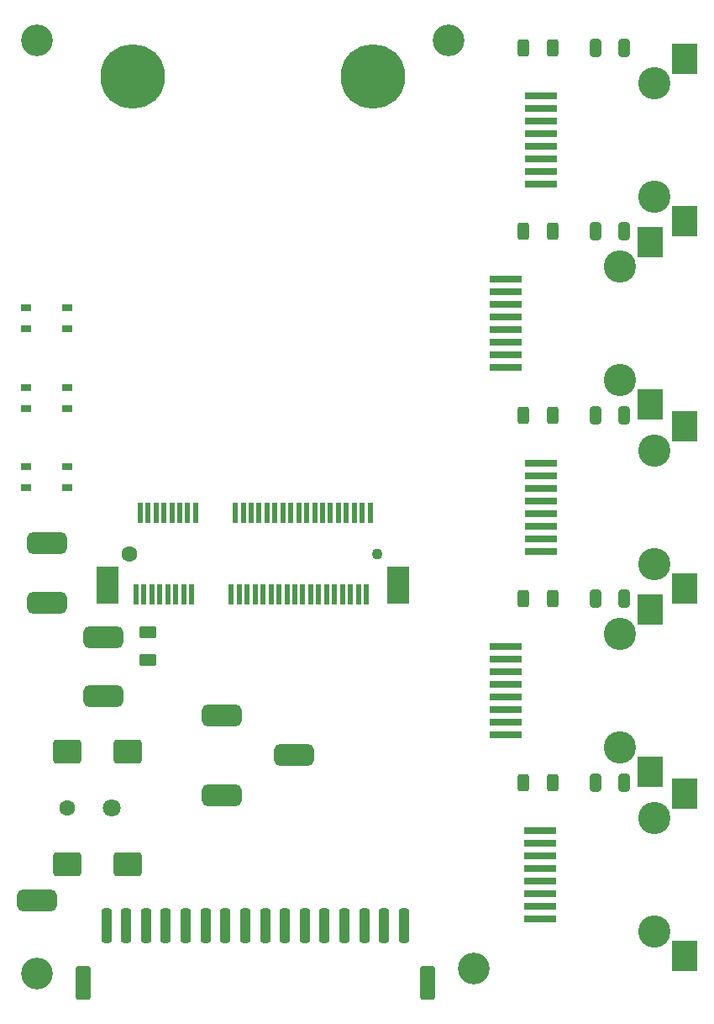
<source format=gbr>
%TF.GenerationSoftware,KiCad,Pcbnew,8.0.5*%
%TF.CreationDate,2024-09-15T13:15:32+02:00*%
%TF.ProjectId,megacard5_reference_design,6d656761-6361-4726-9435-5f7265666572,1.0*%
%TF.SameCoordinates,Original*%
%TF.FileFunction,Soldermask,Top*%
%TF.FilePolarity,Negative*%
%FSLAX46Y46*%
G04 Gerber Fmt 4.6, Leading zero omitted, Abs format (unit mm)*
G04 Created by KiCad (PCBNEW 8.0.5) date 2024-09-15 13:15:32*
%MOMM*%
%LPD*%
G01*
G04 APERTURE LIST*
G04 Aperture macros list*
%AMRoundRect*
0 Rectangle with rounded corners*
0 $1 Rounding radius*
0 $2 $3 $4 $5 $6 $7 $8 $9 X,Y pos of 4 corners*
0 Add a 4 corners polygon primitive as box body*
4,1,4,$2,$3,$4,$5,$6,$7,$8,$9,$2,$3,0*
0 Add four circle primitives for the rounded corners*
1,1,$1+$1,$2,$3*
1,1,$1+$1,$4,$5*
1,1,$1+$1,$6,$7*
1,1,$1+$1,$8,$9*
0 Add four rect primitives between the rounded corners*
20,1,$1+$1,$2,$3,$4,$5,0*
20,1,$1+$1,$4,$5,$6,$7,0*
20,1,$1+$1,$6,$7,$8,$9,0*
20,1,$1+$1,$8,$9,$2,$3,0*%
G04 Aperture macros list end*
%ADD10C,1.600000*%
%ADD11C,1.100000*%
%ADD12R,0.600000X2.000000*%
%ADD13R,2.300000X3.850000*%
%ADD14R,2.250000X3.850000*%
%ADD15C,6.500000*%
%ADD16RoundRect,0.550000X1.450000X0.550000X-1.450000X0.550000X-1.450000X-0.550000X1.450000X-0.550000X0*%
%ADD17C,3.200000*%
%ADD18RoundRect,0.250000X-0.250000X-1.500000X0.250000X-1.500000X0.250000X1.500000X-0.250000X1.500000X0*%
%ADD19RoundRect,0.250001X-0.499999X-1.449999X0.499999X-1.449999X0.499999X1.449999X-0.499999X1.449999X0*%
%ADD20RoundRect,0.250000X0.325000X0.650000X-0.325000X0.650000X-0.325000X-0.650000X0.325000X-0.650000X0*%
%ADD21RoundRect,0.250000X0.312500X0.625000X-0.312500X0.625000X-0.312500X-0.625000X0.312500X-0.625000X0*%
%ADD22C,3.250000*%
%ADD23R,3.180000X0.760000*%
%ADD24R,2.540000X3.120000*%
%ADD25RoundRect,0.250000X0.625000X-0.375000X0.625000X0.375000X-0.625000X0.375000X-0.625000X-0.375000X0*%
%ADD26R,1.050000X0.650000*%
%ADD27C,1.800000*%
%ADD28RoundRect,0.300000X-1.100000X0.900000X-1.100000X-0.900000X1.100000X-0.900000X1.100000X0.900000X0*%
G04 APERTURE END LIST*
D10*
%TO.C,J1*%
X72300000Y-84687500D03*
D11*
X97300000Y-84687500D03*
D12*
X73000000Y-88787500D03*
X73400000Y-80587500D03*
X73800000Y-88787500D03*
X74200000Y-80587500D03*
X74600000Y-88787500D03*
X75000000Y-80587500D03*
X75400000Y-88787500D03*
X75800000Y-80587500D03*
X76200000Y-88787500D03*
X76600000Y-80587500D03*
X77000000Y-88787500D03*
X77400000Y-80587500D03*
X77800000Y-88787500D03*
X78200000Y-80587500D03*
X78600000Y-88787500D03*
X79000000Y-80587500D03*
X82600000Y-88787500D03*
X83000000Y-80587500D03*
X83400000Y-88787500D03*
X83800000Y-80587500D03*
X84200000Y-88787500D03*
X84600000Y-80587500D03*
X85000000Y-88787500D03*
X85400000Y-80587500D03*
X85800000Y-88787500D03*
X86200000Y-80587500D03*
X86600000Y-88787500D03*
X87000000Y-80587500D03*
X87400000Y-88787500D03*
X87800000Y-80587500D03*
X88200000Y-88787500D03*
X88600000Y-80587500D03*
X89000000Y-88787500D03*
X89400000Y-80587500D03*
X89800000Y-88787500D03*
X90200000Y-80587500D03*
X90600000Y-88787500D03*
X91000000Y-80587500D03*
X91400000Y-88787500D03*
X91800000Y-80587500D03*
X92200000Y-88787500D03*
X92600000Y-80587500D03*
X93000000Y-88787500D03*
X93400000Y-80587500D03*
X93800000Y-88787500D03*
X94200000Y-80587500D03*
X94600000Y-88787500D03*
X95000000Y-80587500D03*
X95400000Y-88787500D03*
X95800000Y-80587500D03*
X96200000Y-88787500D03*
X96600000Y-80587500D03*
D13*
X70150000Y-87862500D03*
D14*
X99425000Y-87862500D03*
D15*
X96900000Y-36637500D03*
X72700000Y-36637500D03*
%TD*%
D16*
%TO.C,TP9*%
X64000000Y-89600000D03*
%TD*%
D17*
%TO.C,H3*%
X107000000Y-126500000D03*
%TD*%
D18*
%TO.C,J9*%
X70000000Y-122150000D03*
X72000000Y-122150000D03*
X74000000Y-122150000D03*
X76000000Y-122150000D03*
X78000000Y-122150000D03*
X80000000Y-122150000D03*
X82000000Y-122150000D03*
X84000000Y-122150000D03*
X86000000Y-122150000D03*
X88000000Y-122150000D03*
X90000000Y-122150000D03*
X92000000Y-122150000D03*
X94000000Y-122150000D03*
X96000000Y-122150000D03*
X98000000Y-122150000D03*
X100000000Y-122150000D03*
D19*
X67650000Y-127900000D03*
X102350000Y-127900000D03*
%TD*%
D20*
%TO.C,C5*%
X122225000Y-52250000D03*
X119275000Y-52250000D03*
%TD*%
D21*
%TO.C,R3*%
X114962500Y-70750000D03*
X112037500Y-70750000D03*
%TD*%
D22*
%TO.C,J5*%
X125240000Y-74285000D03*
X125240000Y-85715000D03*
D23*
X113770000Y-84445000D03*
X113770000Y-83175000D03*
X113770000Y-81905000D03*
X113770000Y-80635000D03*
X113770000Y-79365000D03*
X113770000Y-78095000D03*
X113770000Y-76825000D03*
X113770000Y-75555000D03*
D24*
X128290000Y-71825000D03*
X128290000Y-88175000D03*
%TD*%
D25*
%TO.C,F1*%
X74200000Y-95400000D03*
X74200000Y-92600000D03*
%TD*%
D21*
%TO.C,R5*%
X114962500Y-52250000D03*
X112037500Y-52250000D03*
%TD*%
D16*
%TO.C,TP5*%
X88900000Y-105000000D03*
%TD*%
D15*
%TO.C,J13*%
X96900000Y-36637500D03*
%TD*%
D16*
%TO.C,TP2*%
X69700000Y-93100000D03*
%TD*%
D26*
%TO.C,SW1*%
X66075000Y-70075000D03*
X61925000Y-70075000D03*
X66075000Y-67925000D03*
X61925000Y-67925000D03*
%TD*%
D27*
%TO.C,J2*%
X70525000Y-110300000D03*
D10*
X66025000Y-110300000D03*
D28*
X72125000Y-104600000D03*
X66025000Y-104600000D03*
X66025000Y-116000000D03*
X72125000Y-116000000D03*
%TD*%
D20*
%TO.C,C3*%
X122225000Y-70750000D03*
X119275000Y-70750000D03*
%TD*%
D22*
%TO.C,J6*%
X125240000Y-37285000D03*
X125240000Y-48715000D03*
D23*
X113770000Y-47445000D03*
X113770000Y-46175000D03*
X113770000Y-44905000D03*
X113770000Y-43635000D03*
X113770000Y-42365000D03*
X113770000Y-41095000D03*
X113770000Y-39825000D03*
X113770000Y-38555000D03*
D24*
X128290000Y-34825000D03*
X128290000Y-51175000D03*
%TD*%
D20*
%TO.C,C2*%
X122225000Y-89250000D03*
X119275000Y-89250000D03*
%TD*%
D22*
%TO.C,J3*%
X125220000Y-111285000D03*
X125220000Y-122715000D03*
D23*
X113750000Y-121445000D03*
X113750000Y-120175000D03*
X113750000Y-118905000D03*
X113750000Y-117635000D03*
X113750000Y-116365000D03*
X113750000Y-115095000D03*
X113750000Y-113825000D03*
X113750000Y-112555000D03*
D24*
X128270000Y-108825000D03*
X128270000Y-125175000D03*
%TD*%
D22*
%TO.C,J4*%
X121740000Y-92785000D03*
X121740000Y-104215000D03*
D23*
X110270000Y-102945000D03*
X110270000Y-101675000D03*
X110270000Y-100405000D03*
X110270000Y-99135000D03*
X110270000Y-97865000D03*
X110270000Y-96595000D03*
X110270000Y-95325000D03*
X110270000Y-94055000D03*
D24*
X124790000Y-90325000D03*
X124790000Y-106675000D03*
%TD*%
D20*
%TO.C,C1*%
X122225000Y-107750000D03*
X119275000Y-107750000D03*
%TD*%
D16*
%TO.C,TP1*%
X64000000Y-83600000D03*
%TD*%
D26*
%TO.C,SW3*%
X61925000Y-59925000D03*
X66075000Y-59925000D03*
X61925000Y-62075000D03*
X66075000Y-62075000D03*
%TD*%
D17*
%TO.C,H4*%
X63000000Y-127000000D03*
%TD*%
D22*
%TO.C,J7*%
X121740000Y-55785000D03*
X121740000Y-67215000D03*
D23*
X110270000Y-65945000D03*
X110270000Y-64675000D03*
X110270000Y-63405000D03*
X110270000Y-62135000D03*
X110270000Y-60865000D03*
X110270000Y-59595000D03*
X110270000Y-58325000D03*
X110270000Y-57055000D03*
D24*
X124790000Y-53325000D03*
X124790000Y-69675000D03*
%TD*%
D20*
%TO.C,C4*%
X122225000Y-33750000D03*
X119275000Y-33750000D03*
%TD*%
D16*
%TO.C,TP7*%
X69700000Y-99000000D03*
%TD*%
D26*
%TO.C,SW2*%
X66075000Y-78075000D03*
X61925000Y-78075000D03*
X66075000Y-75925000D03*
X61925000Y-75925000D03*
%TD*%
D15*
%TO.C,J10*%
X72700000Y-36637500D03*
%TD*%
D17*
%TO.C,H2*%
X104500000Y-33000000D03*
%TD*%
D21*
%TO.C,R1*%
X114962500Y-107750000D03*
X112037500Y-107750000D03*
%TD*%
D16*
%TO.C,TP3*%
X81600000Y-109000000D03*
%TD*%
D21*
%TO.C,R4*%
X114962500Y-33750000D03*
X112037500Y-33750000D03*
%TD*%
D17*
%TO.C,H1*%
X63000000Y-33000000D03*
%TD*%
D16*
%TO.C,TP4*%
X81600000Y-101000000D03*
%TD*%
%TO.C,TP6*%
X63000000Y-119600000D03*
%TD*%
D21*
%TO.C,R2*%
X114962500Y-89250000D03*
X112037500Y-89250000D03*
%TD*%
M02*

</source>
